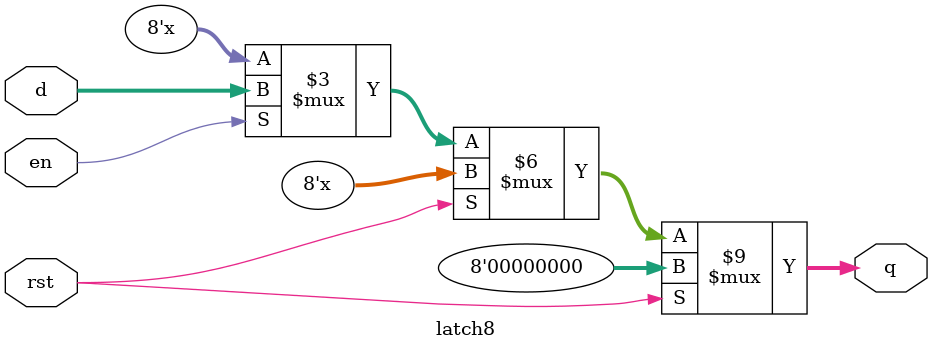
<source format=v>
module latch8 (
    input  wire        en,   // enable: transparent when high
    input  wire        rst,  // asynchronous reset (active high)
    input  wire [7:0]  d,    // data input
    output reg  [7:0]  q     // latched output
);
    always @(*) begin
        if (rst)
            q = 8'b0;       // immediately clear output
        else if (en)
            q = d;          // transparent when enabled
        // when en=0 and rst=0, q holds previous value
    end
endmodule

</source>
